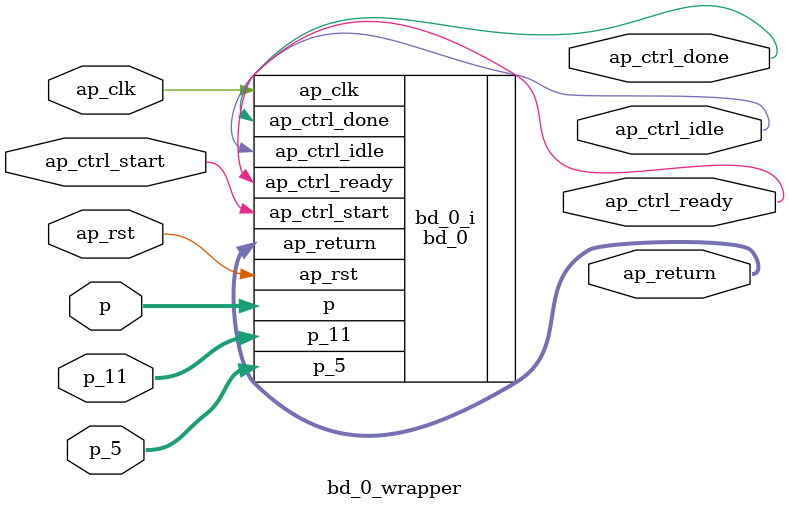
<source format=v>
`timescale 1 ps / 1 ps

module bd_0_wrapper
   (ap_clk,
    ap_ctrl_done,
    ap_ctrl_idle,
    ap_ctrl_ready,
    ap_ctrl_start,
    ap_return,
    ap_rst,
    p,
    p_11,
    p_5);
  input ap_clk;
  output ap_ctrl_done;
  output ap_ctrl_idle;
  output ap_ctrl_ready;
  input ap_ctrl_start;
  output [31:0]ap_return;
  input ap_rst;
  input [7:0]p;
  input [7:0]p_11;
  input [63:0]p_5;

  wire ap_clk;
  wire ap_ctrl_done;
  wire ap_ctrl_idle;
  wire ap_ctrl_ready;
  wire ap_ctrl_start;
  wire [31:0]ap_return;
  wire ap_rst;
  wire [7:0]p;
  wire [7:0]p_11;
  wire [63:0]p_5;

  bd_0 bd_0_i
       (.ap_clk(ap_clk),
        .ap_ctrl_done(ap_ctrl_done),
        .ap_ctrl_idle(ap_ctrl_idle),
        .ap_ctrl_ready(ap_ctrl_ready),
        .ap_ctrl_start(ap_ctrl_start),
        .ap_return(ap_return),
        .ap_rst(ap_rst),
        .p(p),
        .p_11(p_11),
        .p_5(p_5));
endmodule

</source>
